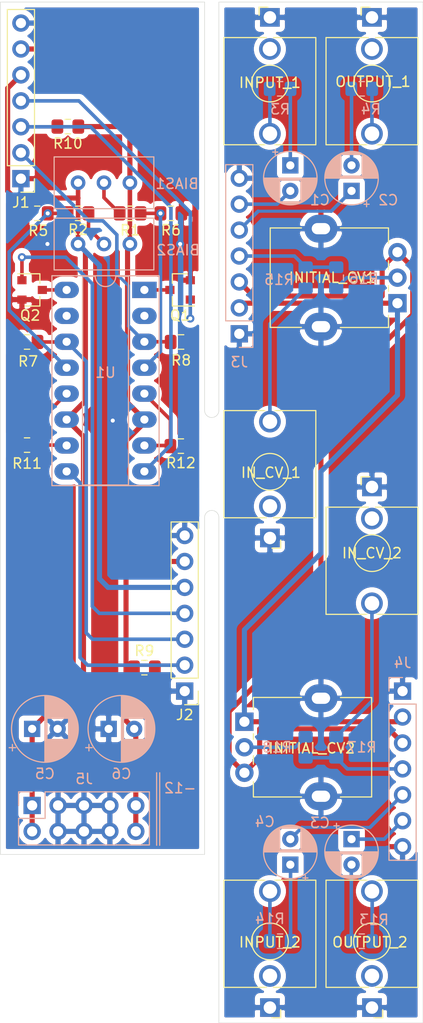
<source format=kicad_pcb>
(kicad_pcb (version 20171130) (host pcbnew 5.1.6)
  (layers (0 F.Cu signal) (31 B.Cu signal) (34 B.Paste user hide) (35 F.Paste user hide) (36 B.SilkS user) (37 F.SilkS user) (38 B.Mask user) (39 F.Mask user) (44 Edge.Cuts user))
  (net 0 "")
  (net 1 +12V)
  (net 2 "Net-(BIAS1-Pad2)")
  (net 3 -12V)
  (net 4 "Net-(BIAS2-Pad2)")
  (net 5 "Net-(C1-Pad1)")
  (net 6 "Net-(C2-Pad2)")
  (net 7 "Net-(C3-Pad2)")
  (net 8 "Net-(C4-Pad1)")
  (net 9 GND)
  (net 10 /POS_PNL)
  (net 11 "Net-(INITIAL_CV1-Pad2)")
  (net 12 /NEG_PNL)
  (net 13 "Net-(INITIAL_CV2-Pad2)")
  (net 14 "Net-(INPUT_1-PadTN)")
  (net 15 /GND_PNL)
  (net 16 /IN_1_PNL)
  (net 17 /IN_2_PNL)
  (net 18 "Net-(INPUT_2-PadTN)")
  (net 19 /OUT_1)
  (net 20 /CV_1)
  (net 21 /IN_1)
  (net 22 /IN_2)
  (net 23 /CV_2)
  (net 24 /OUT_2)
  (net 25 /OUT_1_PNL)
  (net 26 /OUT_2_PNL)
  (net 27 "Net-(OUTPUT_1-PadTN)")
  (net 28 "Net-(OUTPUT_2-PadTN)")
  (net 29 "Net-(Q1-Pad3)")
  (net 30 "Net-(Q2-Pad3)")
  (net 31 "Net-(R1-Pad1)")
  (net 32 "Net-(R2-Pad1)")
  (net 33 "Net-(R11-Pad2)")
  (net 34 "Net-(R12-Pad2)")
  (net 35 /CV1_PNL)
  (net 36 /CV2_PNL)
  (net 37 "Net-(U1-Pad2)")
  (net 38 "Net-(U1-Pad15)")
  (net 39 "Net-(INPUT_1-PadT)")
  (net 40 "Net-(INPUT_2-PadT)")
  (net 41 "Net-(OUTPUT_1-PadT)")
  (net 42 "Net-(OUTPUT_2-PadT)")
  (net 43 "Net-(IN_CV_1-PadTN)")
  (net 44 "Net-(IN_CV_1-PadT)")
  (net 45 "Net-(IN_CV_2-PadT)")
  (net 46 "Net-(IN_CV_2-PadTN)")
  (module Potentiometer_THT:Potentiometer_Bourns_3296W_Vertical (layer B.Cu) (at 27.7 36.7 180)
    (fp_text reference BIAS1 (at -9.7 -0.1) (layer B.SilkS) (effects (justify mirror)))
    (fp_text value 100k)
    (pad 1 thru_hole circle (at 0 0 180) (size 1.44 1.44) (drill 0.8) (layers *.Cu *.Mask) (net 1 +12V))
    (pad 2 thru_hole circle (at -2.54 0 180) (size 1.44 1.44) (drill 0.8) (layers *.Cu *.Mask) (net 2 "Net-(BIAS1-Pad2)"))
    (pad 3 thru_hole circle (at -5.08 0 180) (size 1.44 1.44) (drill 0.8) (layers *.Cu *.Mask) (net 3 -12V))
  )
  (module Potentiometer_THT:Potentiometer_Bourns_3296W_Vertical (layer B.Cu) (at 27.7 42.7 180)
    (fp_text reference BIAS2 (at -9.8 -0.6) (layer B.SilkS) (effects (justify mirror)))
    (fp_text value 100k)
    (pad 3 thru_hole circle (at -5.08 0 180) (size 1.44 1.44) (drill 0.8) (layers *.Cu *.Mask) (net 3 -12V))
    (pad 2 thru_hole circle (at -2.54 0 180) (size 1.44 1.44) (drill 0.8) (layers *.Cu *.Mask) (net 4 "Net-(BIAS2-Pad2)"))
    (pad 1 thru_hole circle (at 0 0 180) (size 1.44 1.44) (drill 0.8) (layers *.Cu *.Mask) (net 1 +12V))
  )
  (module Capacitor_THT:CP_Radial_D5.0mm_P2.50mm (layer B.Cu) (at 48.5 35 270)
    (fp_text reference C1 (at 3.4 -2.9 180) (layer B.SilkS) (effects (justify mirror)))
    (fp_text value 10uF)
    (pad 2 thru_hole circle (at 2.5 0 270) (size 1.6 1.6) (drill 0.8) (layers *.Cu *.Mask) (net 16 /IN_1_PNL))
    (pad 1 thru_hole rect (at 0 0 270) (size 1.6 1.6) (drill 0.8) (layers *.Cu *.Mask) (net 5 "Net-(C1-Pad1)"))
  )
  (module Capacitor_THT:CP_Radial_D5.0mm_P2.50mm (layer B.Cu) (at 54.5 37.5 90)
    (fp_text reference C2 (at -0.9 3.6) (layer B.SilkS) (effects (justify mirror)))
    (fp_text value 10uF)
    (pad 1 thru_hole rect (at 0 0 90) (size 1.6 1.6) (drill 0.8) (layers *.Cu *.Mask) (net 25 /OUT_1_PNL))
    (pad 2 thru_hole circle (at 2.5 0 90) (size 1.6 1.6) (drill 0.8) (layers *.Cu *.Mask) (net 6 "Net-(C2-Pad2)"))
  )
  (module Capacitor_THT:CP_Radial_D5.0mm_P2.50mm (layer B.Cu) (at 54.5 101 270)
    (fp_text reference C3 (at -1.6 3.1 180) (layer B.SilkS) (effects (justify mirror)))
    (fp_text value 10uF)
    (pad 1 thru_hole rect (at 0 0 270) (size 1.6 1.6) (drill 0.8) (layers *.Cu *.Mask) (net 26 /OUT_2_PNL))
    (pad 2 thru_hole circle (at 2.5 0 270) (size 1.6 1.6) (drill 0.8) (layers *.Cu *.Mask) (net 7 "Net-(C3-Pad2)"))
  )
  (module Capacitor_THT:CP_Radial_D5.0mm_P2.50mm (layer B.Cu) (at 48.5 103.5 90)
    (fp_text reference C4 (at 4.2 -2.5 180) (layer B.SilkS) (effects (justify mirror)))
    (fp_text value 10uF)
    (pad 2 thru_hole circle (at 2.5 0 90) (size 1.6 1.6) (drill 0.8) (layers *.Cu *.Mask) (net 17 /IN_2_PNL))
    (pad 1 thru_hole rect (at 0 0 90) (size 1.6 1.6) (drill 0.8) (layers *.Cu *.Mask) (net 8 "Net-(C4-Pad1)"))
  )
  (module Capacitor_THT:CP_Radial_D6.3mm_P2.50mm (layer B.Cu) (at 23.2 90.2)
    (fp_text reference C5 (at 1.25 4.4 180) (layer B.SilkS) (effects (justify mirror)))
    (fp_text value 47uF)
    (pad 1 thru_hole rect (at 0 0) (size 1.6 1.6) (drill 0.8) (layers *.Cu *.Mask) (net 1 +12V))
    (pad 2 thru_hole circle (at 2.5 0) (size 1.6 1.6) (drill 0.8) (layers *.Cu *.Mask) (net 9 GND))
  )
  (module Capacitor_THT:CP_Radial_D6.3mm_P2.50mm (layer B.Cu) (at 30.7 90.2)
    (fp_text reference C6 (at 1.25 4.4 180) (layer B.SilkS) (effects (justify mirror)))
    (fp_text value 47uF)
    (pad 2 thru_hole circle (at 2.5 0) (size 1.6 1.6) (drill 0.8) (layers *.Cu *.Mask) (net 3 -12V))
    (pad 1 thru_hole rect (at 0 0) (size 1.6 1.6) (drill 0.8) (layers *.Cu *.Mask) (net 9 GND))
  )
  (module Potentiometer_THT:Potentiometer_Alpha_RD901F-40-00D_Single_Vertical (layer F.Cu) (at 59 48.5 180)
    (fp_text reference INITIAL_CV1 (at 6.4 2.5 180) (layer F.SilkS))
    (fp_text value R_POT)
    (pad "" thru_hole oval (at 7.5 -2.3 270) (size 2.72 3.24) (drill oval 1.1 1.8) (layers *.Cu *.Mask) (net 15 /GND_PNL))
    (pad "" thru_hole oval (at 7.5 7.3 270) (size 2.72 3.24) (drill oval 1.1 1.8) (layers *.Cu *.Mask) (net 15 /GND_PNL))
    (pad 3 thru_hole circle (at 0 5 270) (size 1.8 1.8) (drill 1) (layers *.Cu *.Mask) (net 10 /POS_PNL))
    (pad 2 thru_hole circle (at 0 2.5 270) (size 1.8 1.8) (drill 1) (layers *.Cu *.Mask) (net 11 "Net-(INITIAL_CV1-Pad2)"))
    (pad 1 thru_hole rect (at 0 0 270) (size 1.8 1.8) (drill 1) (layers *.Cu *.Mask) (net 12 /NEG_PNL))
  )
  (module Potentiometer_THT:Potentiometer_Alpha_RD901F-40-00D_Single_Vertical (layer F.Cu) (at 44 89.5)
    (fp_text reference INITIAL_CV2 (at 6.6 2.6 180) (layer F.SilkS))
    (fp_text value R_POT)
    (pad 1 thru_hole rect (at 0 0 90) (size 1.8 1.8) (drill 1) (layers *.Cu *.Mask) (net 12 /NEG_PNL))
    (pad 2 thru_hole circle (at 0 2.5 90) (size 1.8 1.8) (drill 1) (layers *.Cu *.Mask) (net 13 "Net-(INITIAL_CV2-Pad2)"))
    (pad 3 thru_hole circle (at 0 5 90) (size 1.8 1.8) (drill 1) (layers *.Cu *.Mask) (net 10 /POS_PNL))
    (pad "" thru_hole oval (at 7.5 7.3 90) (size 2.72 3.24) (drill oval 1.1 1.8) (layers *.Cu *.Mask) (net 15 /GND_PNL))
    (pad "" thru_hole oval (at 7.5 -2.3 90) (size 2.72 3.24) (drill oval 1.1 1.8) (layers *.Cu *.Mask) (net 15 /GND_PNL))
  )
  (module Connector_Audio:Jack_3.5mm_QingPu_WQP-PJ398SM_Vertical_CircularHoles (layer F.Cu) (at 46.5 20.5)
    (fp_text reference INPUT_1 (at 0 6.4 180) (layer F.SilkS))
    (fp_text value AudioJack2_SwitchT)
    (pad TN thru_hole circle (at 0 3.1 180) (size 2.13 2.13) (drill 1.42) (layers *.Cu *.Mask) (net 14 "Net-(INPUT_1-PadTN)"))
    (pad S thru_hole rect (at 0 0 180) (size 1.93 1.83) (drill 1.22) (layers *.Cu *.Mask) (net 15 /GND_PNL))
    (pad T thru_hole circle (at 0 11.4 180) (size 2.13 2.13) (drill 1.43) (layers *.Cu *.Mask) (net 39 "Net-(INPUT_1-PadT)"))
  )
  (module Connector_Audio:Jack_3.5mm_QingPu_WQP-PJ398SM_Vertical_CircularHoles (layer F.Cu) (at 46.5 117.5 180)
    (fp_text reference INPUT_2 (at 0 6.4 180) (layer F.SilkS))
    (fp_text value AudioJack2_SwitchT)
    (pad T thru_hole circle (at 0 11.4) (size 2.13 2.13) (drill 1.43) (layers *.Cu *.Mask) (net 40 "Net-(INPUT_2-PadT)"))
    (pad S thru_hole rect (at 0 0) (size 1.93 1.83) (drill 1.22) (layers *.Cu *.Mask) (net 15 /GND_PNL))
    (pad TN thru_hole circle (at 0 3.1) (size 2.13 2.13) (drill 1.42) (layers *.Cu *.Mask) (net 18 "Net-(INPUT_2-PadTN)"))
  )
  (module Connector_PinHeader_2.54mm:PinHeader_1x07_P2.54mm_Vertical (layer F.Cu) (at 22.1 36.3 180)
    (fp_text reference J1 (at 0 -2.33) (layer F.SilkS))
    (fp_text value Con_R)
    (pad 1 thru_hole rect (at 0 0 180) (size 1.7 1.7) (drill 1) (layers *.Cu *.Mask) (net 9 GND))
    (pad 2 thru_hole oval (at 0 2.54 180) (size 1.7 1.7) (drill 1) (layers *.Cu *.Mask) (net 21 /IN_1))
    (pad 3 thru_hole oval (at 0 5.08 180) (size 1.7 1.7) (drill 1) (layers *.Cu *.Mask) (net 19 /OUT_1))
    (pad 4 thru_hole oval (at 0 7.62 180) (size 1.7 1.7) (drill 1) (layers *.Cu *.Mask) (net 20 /CV_1))
    (pad 5 thru_hole oval (at 0 10.16 180) (size 1.7 1.7) (drill 1) (layers *.Cu *.Mask) (net 1 +12V))
    (pad 6 thru_hole oval (at 0 12.7 180) (size 1.7 1.7) (drill 1) (layers *.Cu *.Mask) (net 3 -12V))
    (pad 7 thru_hole oval (at 0 15.24 180) (size 1.7 1.7) (drill 1) (layers *.Cu *.Mask) (net 9 GND))
  )
  (module Connector_PinHeader_2.54mm:PinHeader_1x07_P2.54mm_Vertical (layer F.Cu) (at 38.15 86.5 180)
    (fp_text reference J2 (at 0 -2.33) (layer F.SilkS))
    (fp_text value Con_L)
    (pad 7 thru_hole oval (at 0 15.24 180) (size 1.7 1.7) (drill 1) (layers *.Cu *.Mask) (net 9 GND))
    (pad 6 thru_hole oval (at 0 12.7 180) (size 1.7 1.7) (drill 1) (layers *.Cu *.Mask) (net 3 -12V))
    (pad 5 thru_hole oval (at 0 10.16 180) (size 1.7 1.7) (drill 1) (layers *.Cu *.Mask) (net 1 +12V))
    (pad 4 thru_hole oval (at 0 7.62 180) (size 1.7 1.7) (drill 1) (layers *.Cu *.Mask) (net 23 /CV_2))
    (pad 3 thru_hole oval (at 0 5.08 180) (size 1.7 1.7) (drill 1) (layers *.Cu *.Mask) (net 22 /IN_2))
    (pad 2 thru_hole oval (at 0 2.54 180) (size 1.7 1.7) (drill 1) (layers *.Cu *.Mask) (net 24 /OUT_2))
    (pad 1 thru_hole rect (at 0 0 180) (size 1.7 1.7) (drill 1) (layers *.Cu *.Mask) (net 9 GND))
  )
  (module Connector_PinSocket_2.54mm:PinSocket_1x07_P2.54mm_Vertical (layer B.Cu) (at 43.5 51.5)
    (fp_text reference J3 (at 0 2.77) (layer B.SilkS) (effects (justify mirror)))
    (fp_text value Con_Fem_R)
    (pad 1 thru_hole rect (at 0 0) (size 1.7 1.7) (drill 1) (layers *.Cu *.Mask) (net 15 /GND_PNL))
    (pad 2 thru_hole oval (at 0 -2.54) (size 1.7 1.7) (drill 1) (layers *.Cu *.Mask) (net 12 /NEG_PNL))
    (pad 3 thru_hole oval (at 0 -5.08) (size 1.7 1.7) (drill 1) (layers *.Cu *.Mask) (net 10 /POS_PNL))
    (pad 4 thru_hole oval (at 0 -7.62) (size 1.7 1.7) (drill 1) (layers *.Cu *.Mask) (net 35 /CV1_PNL))
    (pad 5 thru_hole oval (at 0 -10.16) (size 1.7 1.7) (drill 1) (layers *.Cu *.Mask) (net 25 /OUT_1_PNL))
    (pad 6 thru_hole oval (at 0 -12.7) (size 1.7 1.7) (drill 1) (layers *.Cu *.Mask) (net 16 /IN_1_PNL))
    (pad 7 thru_hole oval (at 0 -15.24) (size 1.7 1.7) (drill 1) (layers *.Cu *.Mask) (net 15 /GND_PNL))
  )
  (module Connector_PinSocket_2.54mm:PinSocket_1x07_P2.54mm_Vertical (layer B.Cu) (at 59.5 86.5 180)
    (fp_text reference J4 (at 0 2.77) (layer B.SilkS) (effects (justify mirror)))
    (fp_text value Con_Fem_L)
    (pad 1 thru_hole rect (at 0 0 180) (size 1.7 1.7) (drill 1) (layers *.Cu *.Mask) (net 15 /GND_PNL))
    (pad 2 thru_hole oval (at 0 -2.54 180) (size 1.7 1.7) (drill 1) (layers *.Cu *.Mask) (net 12 /NEG_PNL))
    (pad 3 thru_hole oval (at 0 -5.08 180) (size 1.7 1.7) (drill 1) (layers *.Cu *.Mask) (net 10 /POS_PNL))
    (pad 4 thru_hole oval (at 0 -7.62 180) (size 1.7 1.7) (drill 1) (layers *.Cu *.Mask) (net 36 /CV2_PNL))
    (pad 5 thru_hole oval (at 0 -10.16 180) (size 1.7 1.7) (drill 1) (layers *.Cu *.Mask) (net 17 /IN_2_PNL))
    (pad 6 thru_hole oval (at 0 -12.7 180) (size 1.7 1.7) (drill 1) (layers *.Cu *.Mask) (net 26 /OUT_2_PNL))
    (pad 7 thru_hole oval (at 0 -15.24 180) (size 1.7 1.7) (drill 1) (layers *.Cu *.Mask) (net 15 /GND_PNL))
  )
  (module Connector_PinHeader_2.54mm:PinHeader_2x05_P2.54mm_Vertical (layer B.Cu) (at 23.2 97.7 270)
    (fp_text reference J5 (at -2.6 -5.1 180) (layer B.SilkS) (effects (justify mirror)))
    (fp_text value Conn_02x05_Odd_Even)
    (pad 1 thru_hole rect (at 0 0 270) (size 1.7 1.7) (drill 1) (layers *.Cu *.Mask) (net 1 +12V))
    (pad 2 thru_hole oval (at 2.54 0 270) (size 1.7 1.7) (drill 1) (layers *.Cu *.Mask) (net 1 +12V))
    (pad 3 thru_hole oval (at 0 -2.54 270) (size 1.7 1.7) (drill 1) (layers *.Cu *.Mask) (net 9 GND))
    (pad 4 thru_hole oval (at 2.54 -2.54 270) (size 1.7 1.7) (drill 1) (layers *.Cu *.Mask) (net 9 GND))
    (pad 5 thru_hole oval (at 0 -5.08 270) (size 1.7 1.7) (drill 1) (layers *.Cu *.Mask) (net 9 GND))
    (pad 6 thru_hole oval (at 2.54 -5.08 270) (size 1.7 1.7) (drill 1) (layers *.Cu *.Mask) (net 9 GND))
    (pad 7 thru_hole oval (at 0 -7.62 270) (size 1.7 1.7) (drill 1) (layers *.Cu *.Mask) (net 9 GND))
    (pad 8 thru_hole oval (at 2.54 -7.62 270) (size 1.7 1.7) (drill 1) (layers *.Cu *.Mask) (net 9 GND))
    (pad 9 thru_hole oval (at 0 -10.16 270) (size 1.7 1.7) (drill 1) (layers *.Cu *.Mask) (net 3 -12V))
    (pad 10 thru_hole oval (at 2.54 -10.16 270) (size 1.7 1.7) (drill 1) (layers *.Cu *.Mask) (net 3 -12V))
  )
  (module Connector_Audio:Jack_3.5mm_QingPu_WQP-PJ398SM_Vertical_CircularHoles (layer F.Cu) (at 46.5 71.5 180)
    (fp_text reference IN_CV_1 (at -0.1 6.4 180) (layer F.SilkS))
    (fp_text value AudioJack2_SwitchT)
    (pad TN thru_hole circle (at 0 3.1) (size 2.13 2.13) (drill 1.42) (layers *.Cu *.Mask) (net 43 "Net-(IN_CV_1-PadTN)"))
    (pad S thru_hole rect (at 0 0) (size 1.93 1.83) (drill 1.22) (layers *.Cu *.Mask) (net 15 /GND_PNL))
    (pad T thru_hole circle (at 0 11.4) (size 2.13 2.13) (drill 1.43) (layers *.Cu *.Mask) (net 44 "Net-(IN_CV_1-PadT)"))
  )
  (module Connector_Audio:Jack_3.5mm_QingPu_WQP-PJ398SM_Vertical_CircularHoles (layer F.Cu) (at 56.5 66.5)
    (fp_text reference IN_CV_2 (at 0 6.48 180) (layer F.SilkS))
    (fp_text value AudioJack2_SwitchT)
    (pad T thru_hole circle (at 0 11.4 180) (size 2.13 2.13) (drill 1.43) (layers *.Cu *.Mask) (net 45 "Net-(IN_CV_2-PadT)"))
    (pad S thru_hole rect (at 0 0 180) (size 1.93 1.83) (drill 1.22) (layers *.Cu *.Mask) (net 15 /GND_PNL))
    (pad TN thru_hole circle (at 0 3.1 180) (size 2.13 2.13) (drill 1.42) (layers *.Cu *.Mask) (net 46 "Net-(IN_CV_2-PadTN)"))
  )
  (module Connector_Audio:Jack_3.5mm_QingPu_WQP-PJ398SM_Vertical_CircularHoles (layer F.Cu) (at 56.5 20.5)
    (fp_text reference OUTPUT_1 (at 0.1 6.3 180) (layer F.SilkS))
    (fp_text value AudioJack2_SwitchT)
    (pad TN thru_hole circle (at 0 3.1 180) (size 2.13 2.13) (drill 1.42) (layers *.Cu *.Mask) (net 27 "Net-(OUTPUT_1-PadTN)"))
    (pad S thru_hole rect (at 0 0 180) (size 1.93 1.83) (drill 1.22) (layers *.Cu *.Mask) (net 15 /GND_PNL))
    (pad T thru_hole circle (at 0 11.4 180) (size 2.13 2.13) (drill 1.43) (layers *.Cu *.Mask) (net 41 "Net-(OUTPUT_1-PadT)"))
  )
  (module Connector_Audio:Jack_3.5mm_QingPu_WQP-PJ398SM_Vertical_CircularHoles (layer F.Cu) (at 56.5 117.5 180)
    (fp_text reference OUTPUT_2 (at 0.2 6.4 180) (layer F.SilkS))
    (fp_text value AudioJack2_SwitchT)
    (pad T thru_hole circle (at 0 11.4) (size 2.13 2.13) (drill 1.43) (layers *.Cu *.Mask) (net 42 "Net-(OUTPUT_2-PadT)"))
    (pad S thru_hole rect (at 0 0) (size 1.93 1.83) (drill 1.22) (layers *.Cu *.Mask) (net 15 /GND_PNL))
    (pad TN thru_hole circle (at 0 3.1) (size 2.13 2.13) (drill 1.42) (layers *.Cu *.Mask) (net 28 "Net-(OUTPUT_2-PadTN)"))
  )
  (module Package_TO_SOT_SMD:SOT-23 (layer F.Cu) (at 37.7 47.2 180)
    (fp_text reference Q1 (at 0 -2.5) (layer F.SilkS))
    (fp_text value Q_PNP_EBC)
    (pad 3 smd rect (at 1 0 180) (size 0.9 0.8) (layers F.Cu F.Paste F.Mask) (net 29 "Net-(Q1-Pad3)"))
    (pad 2 smd rect (at -1 0.95 180) (size 0.9 0.8) (layers F.Cu F.Paste F.Mask) (net 9 GND))
    (pad 1 smd rect (at -1 -0.95 180) (size 0.9 0.8) (layers F.Cu F.Paste F.Mask) (net 20 /CV_1))
  )
  (module Package_TO_SOT_SMD:SOT-23 (layer F.Cu) (at 23.2 47.2)
    (fp_text reference Q2 (at -0.2 2.5) (layer F.SilkS))
    (fp_text value Q_PNP_EBC)
    (pad 1 smd rect (at -1 -0.95) (size 0.9 0.8) (layers F.Cu F.Paste F.Mask) (net 23 /CV_2))
    (pad 2 smd rect (at -1 0.95) (size 0.9 0.8) (layers F.Cu F.Paste F.Mask) (net 9 GND))
    (pad 3 smd rect (at 1 0) (size 0.9 0.8) (layers F.Cu F.Paste F.Mask) (net 30 "Net-(Q2-Pad3)"))
  )
  (module Resistor_SMD:R_0805_2012Metric_Pad1.15x1.40mm_HandSolder (layer F.Cu) (at 32.8 39.7 180)
    (fp_text reference R1 (at 0 -1.65) (layer F.SilkS))
    (fp_text value 1M)
    (pad 1 smd roundrect (at -1.025 0 180) (size 1.15 1.4) (layers F.Cu F.Paste F.Mask) (roundrect_rratio 0.217391) (net 31 "Net-(R1-Pad1)"))
    (pad 2 smd roundrect (at 1.025 0 180) (size 1.15 1.4) (layers F.Cu F.Paste F.Mask) (roundrect_rratio 0.217391) (net 2 "Net-(BIAS1-Pad2)"))
  )
  (module Resistor_SMD:R_0805_2012Metric_Pad1.15x1.40mm_HandSolder (layer F.Cu) (at 27.7 39.7)
    (fp_text reference R2 (at 0 1.6) (layer F.SilkS))
    (fp_text value 1M)
    (pad 2 smd roundrect (at 1.025 0) (size 1.15 1.4) (layers F.Cu F.Paste F.Mask) (roundrect_rratio 0.217391) (net 4 "Net-(BIAS2-Pad2)"))
    (pad 1 smd roundrect (at -1.025 0) (size 1.15 1.4) (layers F.Cu F.Paste F.Mask) (roundrect_rratio 0.217391) (net 32 "Net-(R2-Pad1)"))
  )
  (module Resistor_SMD:R_0805_2012Metric_Pad1.15x1.40mm_HandSolder (layer B.Cu) (at 47.5 27.5)
    (fp_text reference R3 (at 0 2) (layer B.SilkS) (effects (justify mirror)))
    (fp_text value 100k)
    (pad 2 smd roundrect (at 1.025 0) (size 1.15 1.4) (layers B.Cu B.Paste B.Mask) (roundrect_rratio 0.217391) (net 5 "Net-(C1-Pad1)"))
    (pad 1 smd roundrect (at -1.025 0) (size 1.15 1.4) (layers B.Cu B.Paste B.Mask) (roundrect_rratio 0.217391) (net 39 "Net-(INPUT_1-PadT)"))
  )
  (module Resistor_SMD:R_0805_2012Metric_Pad1.15x1.40mm_HandSolder (layer B.Cu) (at 55.5 27.5 180)
    (fp_text reference R4 (at -0.9 -2) (layer B.SilkS) (effects (justify mirror)))
    (fp_text value 1k)
    (pad 2 smd roundrect (at 1.025 0 180) (size 1.15 1.4) (layers B.Cu B.Paste B.Mask) (roundrect_rratio 0.217391) (net 6 "Net-(C2-Pad2)"))
    (pad 1 smd roundrect (at -1.025 0 180) (size 1.15 1.4) (layers B.Cu B.Paste B.Mask) (roundrect_rratio 0.217391) (net 41 "Net-(OUTPUT_1-PadT)"))
  )
  (module Resistor_SMD:R_0805_2012Metric_Pad1.15x1.40mm_HandSolder (layer F.Cu) (at 23.7 39.7)
    (fp_text reference R5 (at 0.1 1.7) (layer F.SilkS))
    (fp_text value 470R)
    (pad 1 smd roundrect (at -1.025 0) (size 1.15 1.4) (layers F.Cu F.Paste F.Mask) (roundrect_rratio 0.217391) (net 9 GND))
    (pad 2 smd roundrect (at 1.025 0) (size 1.15 1.4) (layers F.Cu F.Paste F.Mask) (roundrect_rratio 0.217391) (net 32 "Net-(R2-Pad1)"))
  )
  (module Resistor_SMD:R_0805_2012Metric_Pad1.15x1.40mm_HandSolder (layer F.Cu) (at 36.8 39.7 180)
    (fp_text reference R6 (at 0 -1.65) (layer F.SilkS))
    (fp_text value 470R)
    (pad 2 smd roundrect (at 1.025 0 180) (size 1.15 1.4) (layers F.Cu F.Paste F.Mask) (roundrect_rratio 0.217391) (net 31 "Net-(R1-Pad1)"))
    (pad 1 smd roundrect (at -1.025 0 180) (size 1.15 1.4) (layers F.Cu F.Paste F.Mask) (roundrect_rratio 0.217391) (net 9 GND))
  )
  (module Resistor_SMD:R_0805_2012Metric_Pad1.15x1.40mm_HandSolder (layer F.Cu) (at 22.7 52.3)
    (fp_text reference R7 (at 0.1 1.9) (layer F.SilkS))
    (fp_text value 470R)
    (pad 2 smd roundrect (at 1.025 0) (size 1.15 1.4) (layers F.Cu F.Paste F.Mask) (roundrect_rratio 0.217391) (net 22 /IN_2))
    (pad 1 smd roundrect (at -1.025 0) (size 1.15 1.4) (layers F.Cu F.Paste F.Mask) (roundrect_rratio 0.217391) (net 9 GND))
  )
  (module Resistor_SMD:R_0805_2012Metric_Pad1.15x1.40mm_HandSolder (layer F.Cu) (at 37.8 52.3 180)
    (fp_text reference R8 (at 0 -1.8) (layer F.SilkS))
    (fp_text value 470R)
    (pad 1 smd roundrect (at -1.025 0 180) (size 1.15 1.4) (layers F.Cu F.Paste F.Mask) (roundrect_rratio 0.217391) (net 9 GND))
    (pad 2 smd roundrect (at 1.025 0 180) (size 1.15 1.4) (layers F.Cu F.Paste F.Mask) (roundrect_rratio 0.217391) (net 21 /IN_1))
  )
  (module Resistor_SMD:R_0805_2012Metric_Pad1.15x1.40mm_HandSolder (layer F.Cu) (at 34.2 84.2)
    (fp_text reference R9 (at 0 -1.65) (layer F.SilkS))
    (fp_text value 4k7)
    (pad 2 smd roundrect (at 1.025 0) (size 1.15 1.4) (layers F.Cu F.Paste F.Mask) (roundrect_rratio 0.217391) (net 24 /OUT_2))
    (pad 1 smd roundrect (at -1.025 0) (size 1.15 1.4) (layers F.Cu F.Paste F.Mask) (roundrect_rratio 0.217391) (net 3 -12V))
  )
  (module Resistor_SMD:R_0805_2012Metric_Pad1.15x1.40mm_HandSolder (layer F.Cu) (at 26.7 31.2 180)
    (fp_text reference R10 (at 0 -1.65) (layer F.SilkS))
    (fp_text value 4k7)
    (pad 2 smd roundrect (at 1.025 0 180) (size 1.15 1.4) (layers F.Cu F.Paste F.Mask) (roundrect_rratio 0.217391) (net 19 /OUT_1))
    (pad 1 smd roundrect (at -1.025 0 180) (size 1.15 1.4) (layers F.Cu F.Paste F.Mask) (roundrect_rratio 0.217391) (net 3 -12V))
  )
  (module Resistor_SMD:R_0805_2012Metric_Pad1.15x1.40mm_HandSolder (layer F.Cu) (at 22.7 62.4)
    (fp_text reference R11 (at 0 1.8) (layer F.SilkS))
    (fp_text value 27k)
    (pad 1 smd roundrect (at -1.025 0) (size 1.15 1.4) (layers F.Cu F.Paste F.Mask) (roundrect_rratio 0.217391) (net 9 GND))
    (pad 2 smd roundrect (at 1.025 0) (size 1.15 1.4) (layers F.Cu F.Paste F.Mask) (roundrect_rratio 0.217391) (net 33 "Net-(R11-Pad2)"))
  )
  (module Resistor_SMD:R_0805_2012Metric_Pad1.15x1.40mm_HandSolder (layer F.Cu) (at 37.775 62.5 180)
    (fp_text reference R12 (at 0 -1.65) (layer F.SilkS))
    (fp_text value 27k)
    (pad 1 smd roundrect (at -1.025 0 180) (size 1.15 1.4) (layers F.Cu F.Paste F.Mask) (roundrect_rratio 0.217391) (net 9 GND))
    (pad 2 smd roundrect (at 1.025 0 180) (size 1.15 1.4) (layers F.Cu F.Paste F.Mask) (roundrect_rratio 0.217391) (net 34 "Net-(R12-Pad2)"))
  )
  (module Resistor_SMD:R_0805_2012Metric_Pad1.15x1.40mm_HandSolder (layer B.Cu) (at 55.5 111 180)
    (fp_text reference R13 (at -1.2 2.1) (layer B.SilkS) (effects (justify mirror)))
    (fp_text value 1k)
    (pad 1 smd roundrect (at -1.025 0 180) (size 1.15 1.4) (layers B.Cu B.Paste B.Mask) (roundrect_rratio 0.217391) (net 42 "Net-(OUTPUT_2-PadT)"))
    (pad 2 smd roundrect (at 1.025 0 180) (size 1.15 1.4) (layers B.Cu B.Paste B.Mask) (roundrect_rratio 0.217391) (net 7 "Net-(C3-Pad2)"))
  )
  (module Resistor_SMD:R_0805_2012Metric_Pad1.15x1.40mm_HandSolder (layer B.Cu) (at 47.5 111)
    (fp_text reference R14 (at -1 -2.2) (layer B.SilkS) (effects (justify mirror)))
    (fp_text value 100k)
    (pad 1 smd roundrect (at -1.025 0) (size 1.15 1.4) (layers B.Cu B.Paste B.Mask) (roundrect_rratio 0.217391) (net 40 "Net-(INPUT_2-PadT)"))
    (pad 2 smd roundrect (at 1.025 0) (size 1.15 1.4) (layers B.Cu B.Paste B.Mask) (roundrect_rratio 0.217391) (net 8 "Net-(C4-Pad1)"))
  )
  (module Resistor_SMD:R_0805_2012Metric_Pad1.15x1.40mm_HandSolder (layer B.Cu) (at 50 46 270)
    (fp_text reference R15 (at 0.2 2.6 180) (layer B.SilkS) (effects (justify mirror)))
    (fp_text value 12k)
    (pad 1 smd roundrect (at -1.025 0 270) (size 1.15 1.4) (layers B.Cu B.Paste B.Mask) (roundrect_rratio 0.217391) (net 35 /CV1_PNL))
    (pad 2 smd roundrect (at 1.025 0 270) (size 1.15 1.4) (layers B.Cu B.Paste B.Mask) (roundrect_rratio 0.217391) (net 44 "Net-(IN_CV_1-PadT)"))
  )
  (module Resistor_SMD:R_0805_2012Metric_Pad1.15x1.40mm_HandSolder (layer B.Cu) (at 53 46 270)
    (fp_text reference R16 (at 0.1 -2.7 180) (layer B.SilkS) (effects (justify mirror)))
    (fp_text value 22k)
    (pad 1 smd roundrect (at -1.025 0 270) (size 1.15 1.4) (layers B.Cu B.Paste B.Mask) (roundrect_rratio 0.217391) (net 35 /CV1_PNL))
    (pad 2 smd roundrect (at 1.025 0 270) (size 1.15 1.4) (layers B.Cu B.Paste B.Mask) (roundrect_rratio 0.217391) (net 11 "Net-(INITIAL_CV1-Pad2)"))
  )
  (module Resistor_SMD:R_0805_2012Metric_Pad1.15x1.40mm_HandSolder (layer B.Cu) (at 53 92 90)
    (fp_text reference R17 (at 0 2.5 180) (layer B.SilkS) (effects (justify mirror)))
    (fp_text value 12k)
    (pad 2 smd roundrect (at 1.025 0 90) (size 1.15 1.4) (layers B.Cu B.Paste B.Mask) (roundrect_rratio 0.217391) (net 45 "Net-(IN_CV_2-PadT)"))
    (pad 1 smd roundrect (at -1.025 0 90) (size 1.15 1.4) (layers B.Cu B.Paste B.Mask) (roundrect_rratio 0.217391) (net 36 /CV2_PNL))
  )
  (module Resistor_SMD:R_0805_2012Metric_Pad1.15x1.40mm_HandSolder (layer B.Cu) (at 50 92 90)
    (fp_text reference R18 (at 0 -2.8 180) (layer B.SilkS) (effects (justify mirror)))
    (fp_text value 22k)
    (pad 2 smd roundrect (at 1.025 0 90) (size 1.15 1.4) (layers B.Cu B.Paste B.Mask) (roundrect_rratio 0.217391) (net 13 "Net-(INITIAL_CV2-Pad2)"))
    (pad 1 smd roundrect (at -1.025 0 90) (size 1.15 1.4) (layers B.Cu B.Paste B.Mask) (roundrect_rratio 0.217391) (net 36 /CV2_PNL))
  )
  (module Package_DIP:DIP-16_W7.62mm_Socket_LongPads (layer B.Cu) (at 34.2 47.2 180)
    (fp_text reference U1 (at 3.81 -8.1) (layer B.SilkS) (effects (justify mirror)))
    (fp_text value LM13700)
    (pad 1 thru_hole rect (at 0 0 180) (size 2.4 1.6) (drill 0.8) (layers *.Cu *.Mask) (net 29 "Net-(Q1-Pad3)"))
    (pad 9 thru_hole oval (at 7.62 -17.78 180) (size 2.4 1.6) (drill 0.8) (layers *.Cu *.Mask) (net 24 /OUT_2))
    (pad 2 thru_hole oval (at 0 -2.54 180) (size 2.4 1.6) (drill 0.8) (layers *.Cu *.Mask) (net 37 "Net-(U1-Pad2)"))
    (pad 10 thru_hole oval (at 7.62 -15.24 180) (size 2.4 1.6) (drill 0.8) (layers *.Cu *.Mask) (net 33 "Net-(R11-Pad2)"))
    (pad 3 thru_hole oval (at 0 -5.08 180) (size 2.4 1.6) (drill 0.8) (layers *.Cu *.Mask) (net 21 /IN_1))
    (pad 11 thru_hole oval (at 7.62 -12.7 180) (size 2.4 1.6) (drill 0.8) (layers *.Cu *.Mask) (net 1 +12V))
    (pad 4 thru_hole oval (at 0 -7.62 180) (size 2.4 1.6) (drill 0.8) (layers *.Cu *.Mask) (net 31 "Net-(R1-Pad1)"))
    (pad 12 thru_hole oval (at 7.62 -10.16 180) (size 2.4 1.6) (drill 0.8) (layers *.Cu *.Mask) (net 33 "Net-(R11-Pad2)"))
    (pad 5 thru_hole oval (at 0 -10.16 180) (size 2.4 1.6) (drill 0.8) (layers *.Cu *.Mask) (net 34 "Net-(R12-Pad2)"))
    (pad 13 thru_hole oval (at 7.62 -7.62 180) (size 2.4 1.6) (drill 0.8) (layers *.Cu *.Mask) (net 32 "Net-(R2-Pad1)"))
    (pad 6 thru_hole oval (at 0 -12.7 180) (size 2.4 1.6) (drill 0.8) (layers *.Cu *.Mask) (net 3 -12V))
    (pad 14 thru_hole oval (at 7.62 -5.08 180) (size 2.4 1.6) (drill 0.8) (layers *.Cu *.Mask) (net 22 /IN_2))
    (pad 7 thru_hole oval (at 0 -15.24 180) (size 2.4 1.6) (drill 0.8) (layers *.Cu *.Mask) (net 34 "Net-(R12-Pad2)"))
    (pad 15 thru_hole oval (at 7.62 -2.54 180) (size 2.4 1.6) (drill 0.8) (layers *.Cu *.Mask) (net 38 "Net-(U1-Pad15)"))
    (pad 8 thru_hole oval (at 0 -17.78 180) (size 2.4 1.6) (drill 0.8) (layers *.Cu *.Mask) (net 19 /OUT_1))
    (pad 16 thru_hole oval (at 7.62 0 180) (size 2.4 1.6) (drill 0.8) (layers *.Cu *.Mask) (net 30 "Net-(Q2-Pad3)"))
  )
  (gr_text -12 (at 37.7 96) (layer B.SilkS) (effects (font (size 1 1)) (justify mirror)))
  (gr_line (start 35.4 101.6) (end 35.4 94.5) (layer B.SilkS) (width 0.12))
  (gr_line (start 35.7 101.6) (end 35.7 94.5) (layer B.SilkS) (width 0.12))
  (gr_line (start 41.499999 69.5) (end 41.5 119) (layer Edge.Cuts) (width 0.05))
  (gr_line (start 40.1 102.5) (end 40.100001 69.5) (layer Edge.Cuts) (width 0.05))
  (gr_line (start 41.5 59) (end 41.5 19) (layer Edge.Cuts) (width 0.05))
  (gr_line (start 40.1 19) (end 40.1 59) (layer Edge.Cuts) (width 0.05))
  (gr_arc (start 40.8 69.5) (end 41.499999 69.5) (angle -180) (layer Edge.Cuts) (width 0.05))
  (gr_arc (start 40.8 59) (end 40.1 59) (angle -180) (layer Edge.Cuts) (width 0.05))
  (gr_line (start 40.1 19) (end 20.1 19) (layer Edge.Cuts) (width 0.05))
  (gr_line (start 20.1 19) (end 20.1 102.5) (layer Edge.Cuts) (width 0.05))
  (gr_line (start 20.1 102.5) (end 40.1 102.5) (layer Edge.Cuts) (width 0.05))
  (gr_line (start 61.5 19) (end 41.5 19) (layer Edge.Cuts) (width 0.05))
  (gr_line (start 61.5 119) (end 61.5 19) (layer Edge.Cuts) (width 0.05))
  (gr_line (start 41.5 119) (end 61.5 119) (layer Edge.Cuts) (width 0.05))
  (segment (start 28.419999 58.060001) (end 26.58 59.9) (width 0.5) (layer F.Cu) (net 1))
  (segment (start 28.419999 43.419999) (end 28.419999 58.060001) (width 0.5) (layer F.Cu) (net 1))
  (segment (start 27.7 42.7) (end 28.419999 43.419999) (width 0.5) (layer F.Cu) (net 1))
  (segment (start 28.23001 61.55001) (end 26.58 59.9) (width 0.5) (layer F.Cu) (net 1))
  (segment (start 28.23001 85.16999) (end 28.23001 61.55001) (width 0.5) (layer F.Cu) (net 1))
  (segment (start 23.2 90.2) (end 28.23001 85.16999) (width 0.5) (layer F.Cu) (net 1))
  (segment (start 20.799999 37.510001) (end 21.489998 38.2) (width 0.5) (layer F.Cu) (net 1))
  (segment (start 20.799999 27.440001) (end 20.799999 37.510001) (width 0.5) (layer F.Cu) (net 1))
  (segment (start 22.1 26.14) (end 20.799999 27.440001) (width 0.5) (layer F.Cu) (net 1))
  (segment (start 27.7 38.2) (end 27.7 42.7) (width 0.45) (layer F.Cu) (net 1))
  (segment (start 21.489998 38.2) (end 27.7 38.2) (width 0.5) (layer F.Cu) (net 1))
  (segment (start 27.7 36.7) (end 27.7 38.2) (width 0.45) (layer F.Cu) (net 1))
  (segment (start 29.80001 44.80001) (end 27.7 42.7) (width 0.5) (layer B.Cu) (net 1))
  (segment (start 29.80001 75.50001) (end 29.80001 44.80001) (width 0.5) (layer B.Cu) (net 1))
  (segment (start 30.64 76.34) (end 29.80001 75.50001) (width 0.5) (layer B.Cu) (net 1))
  (segment (start 38.15 76.34) (end 30.64 76.34) (width 0.5) (layer B.Cu) (net 1))
  (segment (start 23.2 90.2) (end 23.2 100.24) (width 0.5) (layer F.Cu) (net 1))
  (segment (start 30.24 38.165) (end 31.775 39.7) (width 0.35) (layer F.Cu) (net 2))
  (segment (start 30.24 36.7) (end 30.24 38.165) (width 0.35) (layer F.Cu) (net 2))
  (segment (start 32.54999 42.93001) (end 32.78 42.7) (width 0.5) (layer F.Cu) (net 3))
  (segment (start 32.54999 58.24999) (end 32.54999 42.93001) (width 0.5) (layer F.Cu) (net 3))
  (segment (start 34.2 59.9) (end 32.54999 58.24999) (width 0.5) (layer F.Cu) (net 3))
  (segment (start 34.2 60.2) (end 34.2 59.9) (width 0.5) (layer F.Cu) (net 3))
  (segment (start 32.400001 61.999999) (end 34.2 60.2) (width 0.5) (layer F.Cu) (net 3))
  (segment (start 33.2 90.2) (end 32.400001 89.400001) (width 0.5) (layer F.Cu) (net 3))
  (segment (start 27.78 31.255) (end 27.725 31.2) (width 0.5) (layer F.Cu) (net 3))
  (segment (start 32.78 36.7) (end 32.78 31.255) (width 0.5) (layer F.Cu) (net 3))
  (segment (start 32.7 84.2) (end 32.400001 84.499999) (width 0.5) (layer F.Cu) (net 3))
  (segment (start 33.175 84.2) (end 32.7 84.2) (width 0.5) (layer F.Cu) (net 3))
  (segment (start 32.400001 89.400001) (end 32.400001 84.499999) (width 0.5) (layer F.Cu) (net 3))
  (segment (start 32.725 31.2) (end 32.78 31.255) (width 0.5) (layer F.Cu) (net 3))
  (segment (start 27.725 31.2) (end 32.725 31.2) (width 0.5) (layer F.Cu) (net 3))
  (segment (start 38.15 73.8) (end 32.6 73.8) (width 0.5) (layer F.Cu) (net 3))
  (segment (start 32.6 73.8) (end 32.400001 73.999999) (width 0.5) (layer F.Cu) (net 3))
  (segment (start 32.400001 73.999999) (end 32.400001 61.999999) (width 0.5) (layer F.Cu) (net 3))
  (segment (start 32.400001 84.499999) (end 32.400001 73.999999) (width 0.5) (layer F.Cu) (net 3))
  (segment (start 25.125 23.6) (end 32.725 31.2) (width 0.5) (layer F.Cu) (net 3))
  (segment (start 22.1 23.6) (end 25.125 23.6) (width 0.5) (layer F.Cu) (net 3))
  (segment (start 33.36 90.36) (end 33.2 90.2) (width 0.5) (layer F.Cu) (net 3))
  (segment (start 33.36 100.24) (end 33.36 90.36) (width 0.5) (layer F.Cu) (net 3))
  (segment (start 32.78 36.7) (end 32.78 42.7) (width 0.45) (layer F.Cu) (net 3))
  (segment (start 28.725 41.185) (end 30.24 42.7) (width 0.35) (layer F.Cu) (net 4))
  (segment (start 28.725 39.7) (end 28.725 41.185) (width 0.35) (layer F.Cu) (net 4))
  (segment (start 48.5 27.525) (end 48.525 27.5) (width 0.35) (layer B.Cu) (net 5))
  (segment (start 48.5 35) (end 48.5 27.525) (width 0.35) (layer B.Cu) (net 5))
  (segment (start 54.5 27.525) (end 54.475 27.5) (width 0.35) (layer B.Cu) (net 6))
  (segment (start 54.5 35) (end 54.5 27.525) (width 0.35) (layer B.Cu) (net 6))
  (segment (start 54.475 103.525) (end 54.5 103.5) (width 0.35) (layer B.Cu) (net 7))
  (segment (start 54.475 111) (end 54.475 103.525) (width 0.35) (layer B.Cu) (net 7))
  (segment (start 48.525 103.525) (end 48.5 103.5) (width 0.35) (layer B.Cu) (net 8))
  (segment (start 48.525 111) (end 48.525 103.525) (width 0.35) (layer B.Cu) (net 8))
  (via (at 37.7 42.7) (size 0.8) (drill 0.4) (layers F.Cu B.Cu) (net 9))
  (via (at 24.7 42.7) (size 0.8) (drill 0.4) (layers F.Cu B.Cu) (net 9))
  (via (at 31.1 60) (size 0.8) (drill 0.4) (layers F.Cu B.Cu) (net 9))
  (segment (start 59 43.5) (end 60.5 45) (width 0.5) (layer F.Cu) (net 10))
  (segment (start 60.5 49.610002) (end 51.5 58.610002) (width 0.5) (layer F.Cu) (net 10))
  (segment (start 60.5 45) (end 60.5 49.610002) (width 0.5) (layer F.Cu) (net 10))
  (segment (start 51.5 58.610002) (end 51.5 79.5) (width 0.5) (layer F.Cu) (net 10))
  (segment (start 51.5 79.5) (end 42.5 88.5) (width 0.5) (layer F.Cu) (net 10))
  (segment (start 42.5 93) (end 44 94.5) (width 0.5) (layer F.Cu) (net 10))
  (segment (start 42.5 88.5) (end 42.5 93) (width 0.5) (layer F.Cu) (net 10))
  (segment (start 58.12001 90.20001) (end 59.5 91.58) (width 0.5) (layer F.Cu) (net 10))
  (segment (start 45.5 90.20001) (end 58.12001 90.20001) (width 0.5) (layer F.Cu) (net 10))
  (segment (start 45.5 93) (end 45.5 90.20001) (width 0.5) (layer F.Cu) (net 10))
  (segment (start 44 94.5) (end 45.5 93) (width 0.5) (layer F.Cu) (net 10))
  (segment (start 44.87999 47.79999) (end 43.5 46.42) (width 0.5) (layer F.Cu) (net 10))
  (segment (start 57.5 45) (end 57.5 47.79999) (width 0.5) (layer F.Cu) (net 10))
  (segment (start 57.5 47.79999) (end 44.87999 47.79999) (width 0.5) (layer F.Cu) (net 10))
  (segment (start 59 43.5) (end 57.5 45) (width 0.5) (layer F.Cu) (net 10))
  (segment (start 54.025 46) (end 53 47.025) (width 0.35) (layer B.Cu) (net 11))
  (segment (start 59 46) (end 54.025 46) (width 0.35) (layer B.Cu) (net 11))
  (segment (start 43.96 48.5) (end 43.5 48.96) (width 0.5) (layer F.Cu) (net 12))
  (segment (start 59 48.5) (end 43.96 48.5) (width 0.5) (layer F.Cu) (net 12))
  (segment (start 59.04 89.5) (end 59.5 89.04) (width 0.5) (layer F.Cu) (net 12))
  (segment (start 44 89.5) (end 59.04 89.5) (width 0.5) (layer F.Cu) (net 12))
  (segment (start 59 48.5) (end 59 57.5) (width 0.5) (layer B.Cu) (net 12))
  (segment (start 59 57.5) (end 51.5 65) (width 0.5) (layer B.Cu) (net 12))
  (segment (start 51.5 65) (end 51.5 73) (width 0.5) (layer B.Cu) (net 12))
  (segment (start 44 80.5) (end 51.5 73) (width 0.5) (layer B.Cu) (net 12))
  (segment (start 44 89.5) (end 44 80.5) (width 0.5) (layer B.Cu) (net 12))
  (segment (start 50.025 91) (end 50 90.975) (width 0.35) (layer B.Cu) (net 13))
  (segment (start 48.975 92) (end 50 90.975) (width 0.35) (layer B.Cu) (net 13))
  (segment (start 44 92) (end 48.975 92) (width 0.35) (layer B.Cu) (net 13))
  (segment (start 47.2 38.8) (end 48.5 37.5) (width 0.35) (layer B.Cu) (net 16))
  (segment (start 43.5 38.8) (end 47.2 38.8) (width 0.35) (layer B.Cu) (net 16))
  (segment (start 56.310001 99.849999) (end 59.5 96.66) (width 0.35) (layer B.Cu) (net 17))
  (segment (start 49.650001 99.849999) (end 56.310001 99.849999) (width 0.3) (layer B.Cu) (net 17))
  (segment (start 48.5 101) (end 49.650001 99.849999) (width 0.35) (layer B.Cu) (net 17))
  (segment (start 25.655 31.22) (end 25.675 31.2) (width 0.35) (layer F.Cu) (net 19))
  (segment (start 22.1 31.22) (end 25.655 31.22) (width 0.35) (layer F.Cu) (net 19))
  (segment (start 36.525001 62.654999) (end 34.2 64.98) (width 0.35) (layer B.Cu) (net 19))
  (segment (start 28.920602 31.22) (end 36.525001 38.824399) (width 0.35) (layer B.Cu) (net 19))
  (segment (start 22.1 31.22) (end 28.920602 31.22) (width 0.35) (layer B.Cu) (net 19))
  (segment (start 36.525001 62.654999) (end 36.545001 62.654999) (width 0.35) (layer B.Cu) (net 19))
  (segment (start 36.525001 38.824399) (end 36.525001 38.825001) (width 0.35) (layer B.Cu) (net 19))
  (segment (start 36.525001 38.825001) (end 36.8 39.1) (width 0.35) (layer B.Cu) (net 19))
  (segment (start 36.8 62.38) (end 36.525001 62.654999) (width 0.35) (layer B.Cu) (net 19))
  (segment (start 36.8 39.1) (end 36.8 62.38) (width 0.35) (layer B.Cu) (net 19))
  (via (at 38.7 50) (size 0.8) (drill 0.4) (layers F.Cu B.Cu) (net 20))
  (segment (start 38.7 48.15) (end 38.7 50) (width 0.35) (layer F.Cu) (net 20))
  (segment (start 27.78 28.68) (end 22.1 28.68) (width 0.35) (layer B.Cu) (net 20))
  (segment (start 38.7 39.6) (end 27.78 28.68) (width 0.35) (layer B.Cu) (net 20))
  (segment (start 38.7 50) (end 38.7 39.6) (width 0.35) (layer B.Cu) (net 20))
  (segment (start 36.755 52.28) (end 36.775 52.3) (width 0.35) (layer F.Cu) (net 21))
  (segment (start 34.2 52.28) (end 36.755 52.28) (width 0.35) (layer F.Cu) (net 21))
  (segment (start 32.649999 50.729999) (end 34.2 52.28) (width 0.35) (layer B.Cu) (net 21))
  (segment (start 32.649999 46.801457) (end 32.649999 50.729999) (width 0.3) (layer B.Cu) (net 21))
  (segment (start 22.1 33.76) (end 28.770001 40.430001) (width 0.35) (layer B.Cu) (net 21))
  (segment (start 28.770001 40.430001) (end 30.130001 40.430001) (width 0.35) (layer B.Cu) (net 21))
  (segment (start 30.130001 40.430001) (end 31.5 41.8) (width 0.35) (layer B.Cu) (net 21))
  (segment (start 31.5 45.651458) (end 32.649999 46.801457) (width 0.3) (layer B.Cu) (net 21))
  (segment (start 31.5 41.8) (end 31.5 45.651458) (width 0.35) (layer B.Cu) (net 21))
  (segment (start 26.56 52.3) (end 26.58 52.28) (width 0.35) (layer F.Cu) (net 22))
  (segment (start 23.725 52.3) (end 26.56 52.3) (width 0.35) (layer F.Cu) (net 22))
  (segment (start 26.58 52.28) (end 28.5 54.2) (width 0.35) (layer B.Cu) (net 22))
  (segment (start 28.5 54.2) (end 28.5 80.8) (width 0.35) (layer B.Cu) (net 22))
  (segment (start 29.12 81.42) (end 38.15 81.42) (width 0.35) (layer B.Cu) (net 22))
  (segment (start 28.5 80.8) (end 29.12 81.42) (width 0.35) (layer B.Cu) (net 22))
  (via (at 22.2 44) (size 0.8) (drill 0.4) (layers F.Cu B.Cu) (net 23))
  (segment (start 29.78 78.88) (end 38.15 78.88) (width 0.35) (layer B.Cu) (net 23))
  (segment (start 29.1 78.2) (end 29.78 78.88) (width 0.35) (layer B.Cu) (net 23))
  (segment (start 29.1 46.6) (end 29.1 78.2) (width 0.35) (layer B.Cu) (net 23))
  (segment (start 22.2 46.25) (end 22.2 44) (width 0.35) (layer F.Cu) (net 23))
  (segment (start 26.5 44) (end 22.2 44) (width 0.35) (layer B.Cu) (net 23))
  (segment (start 29.1 46.6) (end 26.5 44) (width 0.35) (layer B.Cu) (net 23))
  (segment (start 35.465 83.96) (end 35.225 84.2) (width 0.35) (layer F.Cu) (net 24))
  (segment (start 38.15 83.96) (end 35.465 83.96) (width 0.35) (layer F.Cu) (net 24))
  (segment (start 26.58 64.98) (end 26.78 64.98) (width 0.35) (layer B.Cu) (net 24))
  (segment (start 26.78 64.98) (end 27.9 66.1) (width 0.35) (layer B.Cu) (net 24))
  (segment (start 27.9 83.22) (end 28.64 83.96) (width 0.35) (layer B.Cu) (net 24))
  (segment (start 27.9 66.1) (end 27.9 83.22) (width 0.35) (layer B.Cu) (net 24))
  (segment (start 28.64 83.96) (end 38.15 83.96) (width 0.35) (layer B.Cu) (net 24))
  (segment (start 45.35001 39.48999) (end 52.51001 39.48999) (width 0.3) (layer B.Cu) (net 25))
  (segment (start 52.51001 39.48999) (end 54.5 37.5) (width 0.35) (layer B.Cu) (net 25))
  (segment (start 43.5 41.34) (end 45.35001 39.48999) (width 0.35) (layer B.Cu) (net 25))
  (segment (start 57.7 101) (end 59.5 99.2) (width 0.35) (layer B.Cu) (net 26))
  (segment (start 54.5 101) (end 57.7 101) (width 0.35) (layer B.Cu) (net 26))
  (segment (start 34.2 47.2) (end 36.7 47.2) (width 0.35) (layer F.Cu) (net 29))
  (segment (start 24.2 47.2) (end 26.58 47.2) (width 0.35) (layer F.Cu) (net 30))
  (segment (start 33.825 39.7) (end 35.775 39.7) (width 0.35) (layer F.Cu) (net 31))
  (segment (start 35.775 39.7) (end 35.775 39.7) (width 0.35) (layer F.Cu) (net 31))
  (via (at 35.775 39.7) (size 0.8) (drill 0.4) (layers F.Cu B.Cu) (net 31))
  (segment (start 35.775 53.245) (end 34.2 54.82) (width 0.35) (layer B.Cu) (net 31))
  (segment (start 35.775 39.7) (end 35.775 53.245) (width 0.35) (layer B.Cu) (net 31))
  (segment (start 26.675 39.7) (end 24.725 39.7) (width 0.35) (layer F.Cu) (net 32))
  (segment (start 24.725 39.7) (end 24.725 39.7) (width 0.35) (layer F.Cu) (net 32))
  (via (at 24.725 39.7) (size 0.8) (drill 0.4) (layers F.Cu B.Cu) (net 32))
  (segment (start 26.58 54.82) (end 20.949999 49.189999) (width 0.35) (layer B.Cu) (net 32))
  (segment (start 24.725 39.7) (end 20.949999 43.475001) (width 0.35) (layer B.Cu) (net 32))
  (segment (start 20.949999 43.475001) (end 20.949999 49.189999) (width 0.35) (layer B.Cu) (net 32))
  (segment (start 26.54 62.4) (end 26.58 62.44) (width 0.35) (layer F.Cu) (net 33))
  (segment (start 23.725 62.4) (end 26.54 62.4) (width 0.35) (layer F.Cu) (net 33))
  (segment (start 23.725 60.215) (end 26.58 57.36) (width 0.35) (layer F.Cu) (net 33))
  (segment (start 23.725 62.4) (end 23.725 60.215) (width 0.35) (layer F.Cu) (net 33))
  (segment (start 36.69 62.44) (end 36.75 62.5) (width 0.35) (layer F.Cu) (net 34))
  (segment (start 34.2 62.44) (end 36.69 62.44) (width 0.35) (layer F.Cu) (net 34))
  (segment (start 36.75 59.91) (end 34.2 57.36) (width 0.35) (layer F.Cu) (net 34))
  (segment (start 36.75 62.5) (end 36.75 59.91) (width 0.35) (layer F.Cu) (net 34))
  (segment (start 48.905 43.88) (end 50 44.975) (width 0.35) (layer B.Cu) (net 35))
  (segment (start 43.5 43.88) (end 48.905 43.88) (width 0.35) (layer B.Cu) (net 35))
  (segment (start 50 44.975) (end 53 44.975) (width 0.35) (layer B.Cu) (net 35))
  (segment (start 54.095 94.12) (end 53 93.025) (width 0.35) (layer B.Cu) (net 36))
  (segment (start 59.5 94.12) (end 54.095 94.12) (width 0.35) (layer B.Cu) (net 36))
  (segment (start 53 93.025) (end 50 93.025) (width 0.35) (layer B.Cu) (net 36))
  (segment (start 46.5 27.525) (end 46.475 27.5) (width 0.35) (layer B.Cu) (net 39))
  (segment (start 46.5 31.9) (end 46.5 27.525) (width 0.35) (layer B.Cu) (net 39))
  (segment (start 46.6 106) (end 46.5 106.1) (width 0.35) (layer F.Cu) (net 40))
  (segment (start 46.5 110.975) (end 46.475 111) (width 0.35) (layer B.Cu) (net 40))
  (segment (start 46.5 106.1) (end 46.5 110.975) (width 0.35) (layer B.Cu) (net 40))
  (segment (start 56.5 27.525) (end 56.525 27.5) (width 0.35) (layer B.Cu) (net 41))
  (segment (start 56.5 31.9) (end 56.5 27.525) (width 0.35) (layer B.Cu) (net 41))
  (segment (start 56.525 106.125) (end 56.5 106.1) (width 0.35) (layer B.Cu) (net 42))
  (segment (start 56.525 111) (end 56.525 106.125) (width 0.35) (layer B.Cu) (net 42))
  (segment (start 46.5 50.525) (end 50 47.025) (width 0.35) (layer B.Cu) (net 44))
  (segment (start 46.5 60.1) (end 46.5 50.525) (width 0.35) (layer B.Cu) (net 44))
  (segment (start 56.5 87.475) (end 53 90.975) (width 0.35) (layer B.Cu) (net 45))
  (segment (start 56.5 77.9) (end 56.5 87.475) (width 0.35) (layer B.Cu) (net 45))
  (zone (net 15) (net_name /GND_PNL) (layer B.Cu) (connect_pads (clearance 0.508)) (min_thickness 0.254) (fill yes (arc_segments 32) (thermal_gap 0.508) (thermal_bridge_width 0.508))
    (polygon (pts (xy 61.5 119) (xy 42 119) (xy 42 19) (xy 61.5 19)))
  )
  (zone (net 15) (net_name /GND_PNL) (layer F.Cu) (connect_pads (clearance 0.508)) (min_thickness 0.254) (fill yes (arc_segments 32) (thermal_gap 0.508) (thermal_bridge_width 0.508))
    (polygon (pts (xy 61.5 119) (xy 42 118.8) (xy 42 18.8) (xy 61.5 19)))
  )
  (zone (net 9) (net_name GND) (layer B.Cu) (connect_pads (clearance 0.508)) (min_thickness 0.254) (fill yes (arc_segments 32) (thermal_gap 0.508) (thermal_bridge_width 0.508))
    (polygon (pts (xy 39.6 102.475) (xy 20.1 102.525) (xy 20.05 19.025) (xy 39.55 18.975)))
  )
  (zone (net 9) (net_name GND) (layer F.Cu) (connect_pads (clearance 0.508)) (min_thickness 0.254) (fill yes (arc_segments 32) (thermal_gap 0.508) (thermal_bridge_width 0.508))
    (polygon (pts (xy 39.5 102.5) (xy 20.1 102.5) (xy 20.1 19) (xy 39.5 19)))
  )
)
</source>
